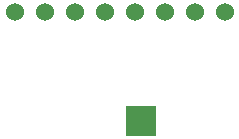
<source format=gbr>
%TF.GenerationSoftware,KiCad,Pcbnew,8.0.1*%
%TF.CreationDate,2024-07-06T23:02:20-04:00*%
%TF.ProjectId,ST25R3911B,53543235-5233-4393-9131-422e6b696361,rev?*%
%TF.SameCoordinates,Original*%
%TF.FileFunction,Copper,L2,Bot*%
%TF.FilePolarity,Positive*%
%FSLAX46Y46*%
G04 Gerber Fmt 4.6, Leading zero omitted, Abs format (unit mm)*
G04 Created by KiCad (PCBNEW 8.0.1) date 2024-07-06 23:02:20*
%MOMM*%
%LPD*%
G01*
G04 APERTURE LIST*
%TA.AperFunction,HeatsinkPad*%
%ADD10C,0.500000*%
%TD*%
%TA.AperFunction,HeatsinkPad*%
%ADD11R,2.500000X2.500000*%
%TD*%
%TA.AperFunction,ComponentPad*%
%ADD12C,1.524000*%
%TD*%
G04 APERTURE END LIST*
D10*
%TO.P,U1,33,EP*%
%TO.N,unconnected-(U1-EP-Pad33)*%
X147050000Y-111250000D03*
X147050000Y-112250000D03*
X147050000Y-113250000D03*
X148050000Y-111250000D03*
X148050000Y-112250000D03*
D11*
X148050000Y-112250000D03*
D10*
X148050000Y-113250000D03*
X149050000Y-111250000D03*
X149050000Y-112250000D03*
X149050000Y-113250000D03*
%TD*%
D12*
%TO.P,J1,1,1*%
%TO.N,/1*%
X137340000Y-103000000D03*
%TO.P,J1,2,2*%
%TO.N,/3V3*%
X139880000Y-103000000D03*
%TO.P,J1,3,3*%
%TO.N,/SS*%
X142420000Y-103000000D03*
%TO.P,J1,4,4*%
%TO.N,/SCLK*%
X144960000Y-103000000D03*
%TO.P,J1,5,5*%
%TO.N,/MOSI*%
X147500000Y-103000000D03*
%TO.P,J1,6,6*%
%TO.N,/MISO*%
X150040000Y-103000000D03*
%TO.P,J1,7,7*%
%TO.N,/IRQ*%
X152580000Y-103000000D03*
%TO.P,J1,8,8*%
%TO.N,GND*%
X155120000Y-103000000D03*
%TD*%
M02*

</source>
